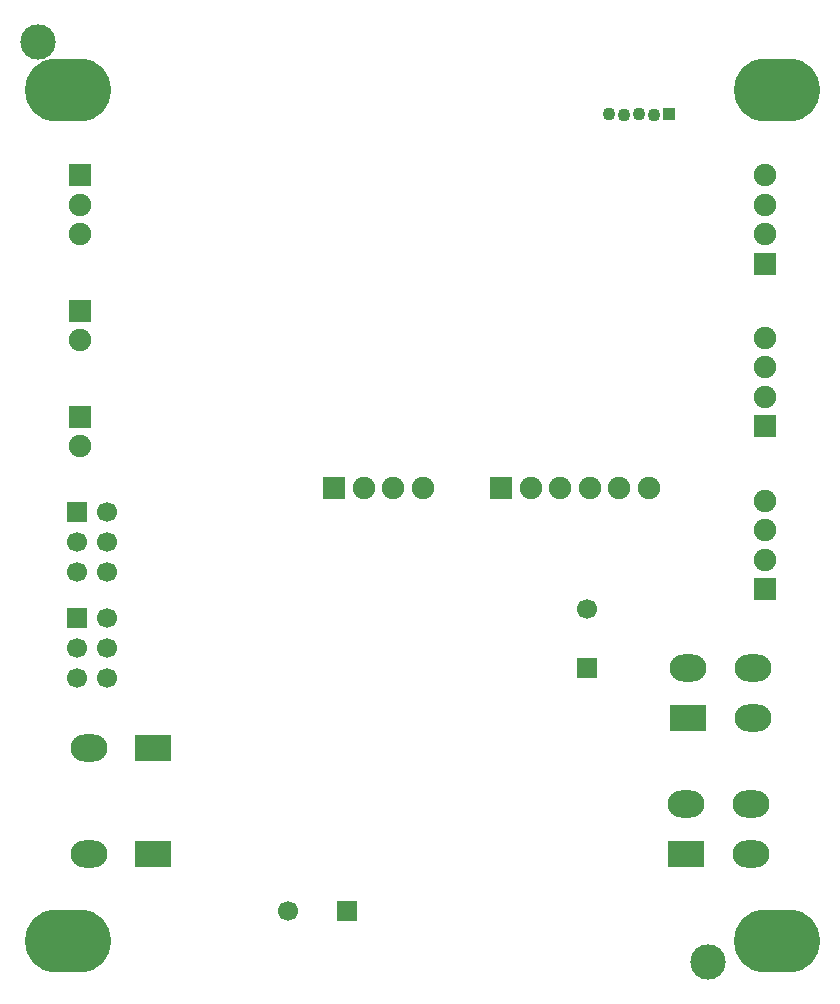
<source format=gbs>
G04*
G04 #@! TF.GenerationSoftware,Altium Limited,Altium Designer,21.8.1 (53)*
G04*
G04 Layer_Color=16711935*
%FSLAX44Y44*%
%MOMM*%
G71*
G04*
G04 #@! TF.SameCoordinates,D16A5DDD-09C7-43D5-B036-B9B5DCE20735*
G04*
G04*
G04 #@! TF.FilePolarity,Negative*
G04*
G01*
G75*
%ADD23R,1.1000X1.1000*%
%ADD36O,3.1000X2.3000*%
%ADD37R,3.1000X2.3000*%
%ADD38C,3.0000*%
%ADD39O,7.3000X5.3000*%
%ADD40C,1.7000*%
%ADD41R,1.7000X1.7000*%
%ADD42C,1.9000*%
%ADD43R,1.9000X1.9000*%
%ADD44R,1.9000X1.9000*%
%ADD45C,1.1000*%
%ADD46R,1.7000X1.7000*%
D23*
X208399Y109850D02*
D03*
D36*
X279499Y-401400D02*
D03*
Y-359400D02*
D03*
X224499D02*
D03*
X277749Y-516650D02*
D03*
Y-474650D02*
D03*
X222749D02*
D03*
X-283000Y-427400D02*
D03*
Y-516900D02*
D03*
D37*
X224499Y-401400D02*
D03*
X222749Y-516650D02*
D03*
X-228000Y-427400D02*
D03*
Y-516900D02*
D03*
D38*
X241500Y-608500D02*
D03*
X-326000Y171000D02*
D03*
D39*
X-300000Y130000D02*
D03*
Y-590000D02*
D03*
X300000D02*
D03*
Y130000D02*
D03*
D40*
X-267300Y-317250D02*
D03*
Y-342650D02*
D03*
Y-368050D02*
D03*
X-292700Y-342650D02*
D03*
Y-368050D02*
D03*
X-267300Y-226900D02*
D03*
Y-252300D02*
D03*
Y-277700D02*
D03*
X-292700Y-252300D02*
D03*
Y-277700D02*
D03*
X-114251Y-564900D02*
D03*
X139000Y-309250D02*
D03*
D41*
X-292700Y-317250D02*
D03*
Y-226900D02*
D03*
X139000Y-359250D02*
D03*
D42*
X290000Y-267525D02*
D03*
Y-242525D02*
D03*
Y-217525D02*
D03*
X-290000Y32975D02*
D03*
Y7975D02*
D03*
Y-171400D02*
D03*
X290000Y-129762D02*
D03*
Y-104762D02*
D03*
Y-79762D02*
D03*
X-290000Y-81712D02*
D03*
X116499Y-207150D02*
D03*
X91499D02*
D03*
X141499D02*
D03*
X166499D02*
D03*
X191499D02*
D03*
X-25001D02*
D03*
X-50001D02*
D03*
X-1D02*
D03*
X290000Y58000D02*
D03*
Y8000D02*
D03*
Y33000D02*
D03*
D43*
Y-292525D02*
D03*
X-290000Y57975D02*
D03*
Y-146400D02*
D03*
X290000Y-154762D02*
D03*
X-290000Y-56712D02*
D03*
X290000Y-17000D02*
D03*
D44*
X66499Y-207150D02*
D03*
X-75001D02*
D03*
D45*
X182999Y109850D02*
D03*
X170299Y108850D02*
D03*
X195699D02*
D03*
X157599Y109850D02*
D03*
D46*
X-64251Y-564900D02*
D03*
M02*

</source>
